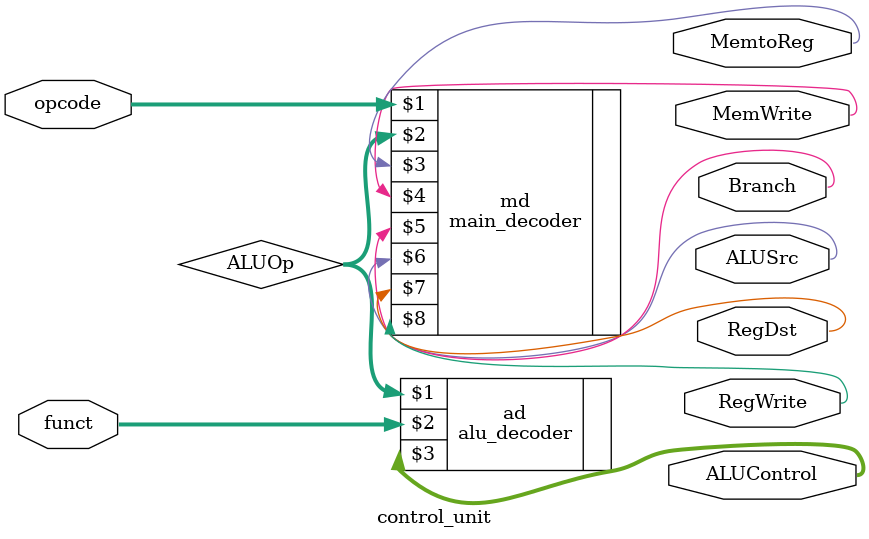
<source format=v>
module control_unit(
	input [5:0] opcode, funct,
	output MemtoReg, MemWrite, Branch, ALUSrc, RegDst, RegWrite,
 	output [2:0] ALUControl
);

	wire [1:0] ALUOp;

	main_decoder md(opcode, ALUOp, MemtoReg, MemWrite, Branch, ALUSrc, RegDst, RegWrite);
	alu_decoder ad(ALUOp, funct, ALUControl);

endmodule

</source>
